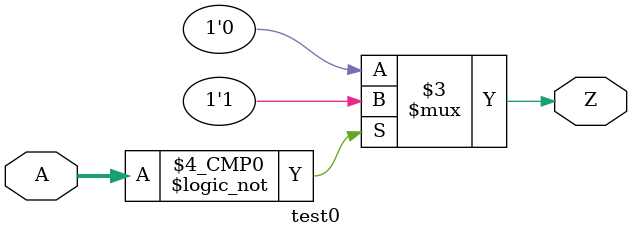
<source format=v>
`timescale 1ns / 1ps

module ALU_64_bits(input [3:0] OPCODE, input [31:0] A,B,  output [31:0] Y, output Z);
    wire [32:0] w_out;
    mux m(OPCODE,A,B,w_out);
    assign Y [31:0] = w_out [31:0];
    assign Z = w_out[32];
endmodule

module mux(input [3:0] OPCODE, input[31:0] A,B, output reg[32:0] w_out);
    wire [32:0] w_add, w_sub, w_or, w_and, w_less, w_nor;
    add add1(A,B,w_add);
    sub sub1(A,B,w_sub);
    OR or1(A,B,w_or);
    AND and1(A,B,w_and);
    less less1(A,B,w_less);
    NOR nor1(A,B,w_nor);
    always@(*)
    begin
        case(OPCODE)
            4'b0000: w_out = w_and;
            4'b0001: w_out = w_or;
            4'b0010: w_out = w_add;
            4'b0110: w_out = w_sub;
            4'b0111: w_out = w_less;
            4'b1100: w_out = w_nor;
            default: w_out = w_and; 
        endcase
    end
    
endmodule 

module NOR(input [31:0] A,B, output [32:0]out);
    assign out[31:0] = ~(A|B);
    test0 nor_zero(out[31:0],out[32]);
endmodule 
     
module less(input [31:0] A,B, output [32:0] out);
    assign out[31:0] = A < B;
    test0 less_zero(out[31:0],out[32]);
endmodule 
    
module add(input [31:0] A,B, output [32:0]out);
    assign out[31:0] = A+B;
    test0 add_zero(out[31:0],out[32]);
endmodule

module sub(input [31:0] A,B, output [32:0] out);
    assign out[31:0] = A-B;
    test0 sub_zero(out[31:0],out[32]);
endmodule

module OR(input [31:0] A,B, output [32:0] out);
    assign out[31:0] = A|B;
    test0 or_zero(out[31:0],out[32]);
endmodule

module AND(input [31:0] A,B, output [32:0] out);
    assign out[31:0] = A&B;
    test0 and_zero(out[31:0],out[32]);
endmodule

module test0(input [31:0]A, output reg Z);
    always@(*)
    begin 
        case(A)
            32'd0: Z = 1'd1;
            default: Z = 1'd0;
        endcase
    end     
endmodule 

</source>
